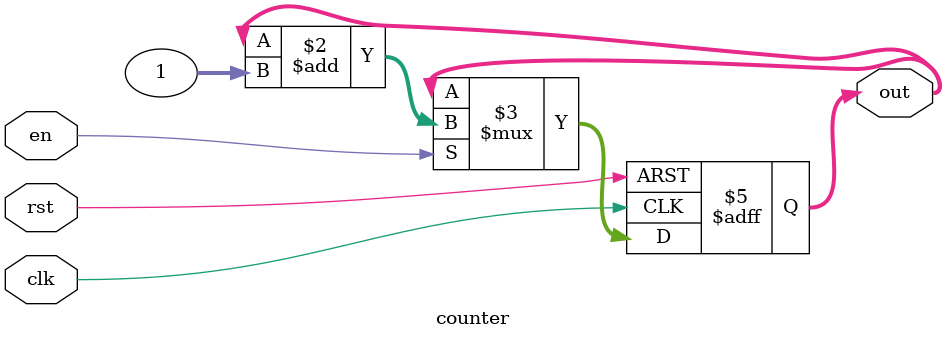
<source format=v>
`timescale 1ns / 10ps
 
module counter
    #(parameter WIDTH = 32)
   (input                 clk,
    input                 en,
    input                 rst,
    output reg[WIDTH-1:0] out);
 
    always @(posedge clk, posedge rst) begin
        if (rst) begin
            out <= 0;
        end else if (en) begin
            out <= out + 1;
        end
    end
 
endmodule
</source>
